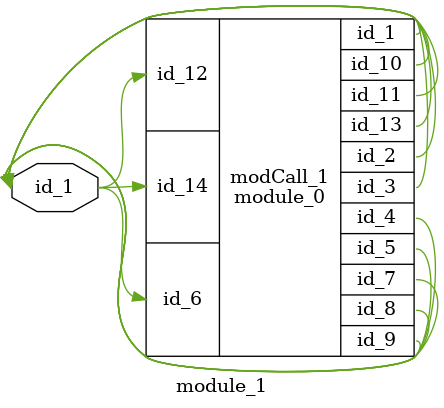
<source format=v>
module module_0 (
    id_1,
    id_2,
    id_3,
    id_4,
    id_5,
    id_6,
    id_7,
    id_8,
    id_9,
    id_10,
    id_11,
    id_12,
    id_13,
    id_14
);
  input wire id_14;
  inout wire id_13;
  input wire id_12;
  inout wire id_11;
  output wire id_10;
  inout wire id_9;
  inout wire id_8;
  output wire id_7;
  input wire id_6;
  output wire id_5;
  output wire id_4;
  output wire id_3;
  output wire id_2;
  output wire id_1;
  assign #1 id_4 = (1);
endmodule
module module_1 (
    id_1
);
  inout wire id_1;
  module_0 modCall_1 (
      id_1,
      id_1,
      id_1,
      id_1,
      id_1,
      id_1,
      id_1,
      id_1,
      id_1,
      id_1,
      id_1,
      id_1,
      id_1,
      id_1
  );
endmodule

</source>
